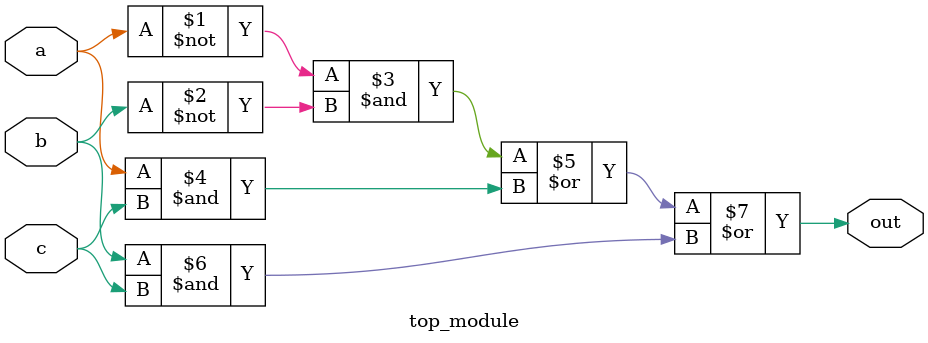
<source format=v>
module top_module(
    input a,
    input b,
    input c,
    output out
);
    assign out = (~a&~b) | (a&c) | (b&c);
endmodule

</source>
